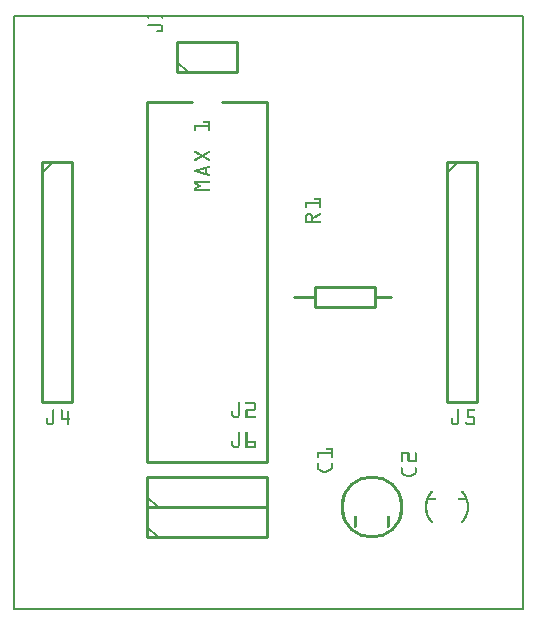
<source format=gto>
G04 MADE WITH FRITZING*
G04 WWW.FRITZING.ORG*
G04 SINGLE SIDED*
G04 HOLES NOT PLATED*
G04 CONTOUR ON CENTER OF CONTOUR VECTOR*
%ASAXBY*%
%FSLAX23Y23*%
%MOIN*%
%OFA0B0*%
%SFA1.0B1.0*%
%ADD10C,0.210000X0.19*%
%ADD11R,1.703860X1.983520X1.687860X1.967520*%
%ADD12C,0.008000*%
%ADD13C,0.010000*%
%ADD14C,0.005000*%
%ADD15R,0.001000X0.001000*%
%LNSILK1*%
G90*
G70*
G54D10*
X1198Y343D03*
G54D12*
X4Y1980D02*
X1700Y1980D01*
X1700Y4D01*
X4Y4D01*
X4Y1980D01*
D02*
G54D13*
X448Y1693D02*
X448Y493D01*
D02*
X448Y493D02*
X848Y493D01*
D02*
X848Y493D02*
X848Y1693D01*
D02*
X448Y1693D02*
X598Y1693D01*
D02*
X698Y1693D02*
X848Y1693D01*
D02*
X936Y1043D02*
X1008Y1043D01*
D02*
X1208Y1043D02*
X1261Y1043D01*
D02*
X1008Y1076D02*
X1208Y1076D01*
D02*
X1208Y1076D02*
X1208Y1010D01*
D02*
X1208Y1010D02*
X1008Y1010D01*
D02*
X1008Y1010D02*
X1008Y1076D01*
D02*
X548Y1793D02*
X748Y1793D01*
D02*
X748Y1793D02*
X748Y1893D01*
D02*
X748Y1893D02*
X548Y1893D01*
D02*
X548Y1893D02*
X548Y1793D01*
G54D14*
D02*
X583Y1793D02*
X548Y1828D01*
G54D13*
D02*
X448Y343D02*
X848Y343D01*
D02*
X848Y343D02*
X848Y443D01*
D02*
X848Y443D02*
X448Y443D01*
D02*
X448Y443D02*
X448Y343D01*
G54D14*
D02*
X483Y343D02*
X448Y378D01*
G54D13*
D02*
X1448Y1493D02*
X1448Y693D01*
D02*
X1448Y693D02*
X1548Y693D01*
D02*
X1548Y693D02*
X1548Y1493D01*
D02*
X1548Y1493D02*
X1448Y1493D01*
G54D14*
D02*
X1448Y1458D02*
X1483Y1493D01*
G54D13*
D02*
X98Y1493D02*
X98Y693D01*
D02*
X98Y693D02*
X198Y693D01*
D02*
X198Y693D02*
X198Y1493D01*
D02*
X198Y1493D02*
X98Y1493D01*
G54D14*
D02*
X98Y1458D02*
X133Y1493D01*
G54D13*
D02*
X448Y243D02*
X848Y243D01*
D02*
X848Y243D02*
X848Y343D01*
D02*
X848Y343D02*
X448Y343D01*
D02*
X448Y343D02*
X448Y243D01*
G54D14*
D02*
X483Y243D02*
X448Y278D01*
G54D15*
X448Y1984D02*
X454Y1984D01*
X495Y1984D02*
X501Y1984D01*
X448Y1983D02*
X454Y1983D01*
X495Y1983D02*
X501Y1983D01*
X448Y1982D02*
X454Y1982D01*
X495Y1982D02*
X501Y1982D01*
X448Y1981D02*
X454Y1981D01*
X495Y1981D02*
X501Y1981D01*
X448Y1980D02*
X454Y1980D01*
X495Y1980D02*
X501Y1980D01*
X448Y1979D02*
X454Y1979D01*
X495Y1979D02*
X501Y1979D01*
X448Y1978D02*
X454Y1978D01*
X495Y1978D02*
X501Y1978D01*
X448Y1977D02*
X454Y1977D01*
X495Y1977D02*
X501Y1977D01*
X448Y1976D02*
X454Y1976D01*
X495Y1976D02*
X501Y1976D01*
X448Y1975D02*
X454Y1975D01*
X495Y1975D02*
X501Y1975D01*
X448Y1974D02*
X454Y1974D01*
X496Y1974D02*
X501Y1974D01*
X449Y1973D02*
X453Y1973D01*
X496Y1973D02*
X501Y1973D01*
X450Y1972D02*
X452Y1972D01*
X497Y1972D02*
X499Y1972D01*
X450Y1952D02*
X495Y1952D01*
X449Y1951D02*
X497Y1951D01*
X448Y1950D02*
X498Y1950D01*
X448Y1949D02*
X499Y1949D01*
X449Y1948D02*
X500Y1948D01*
X449Y1947D02*
X500Y1947D01*
X451Y1946D02*
X501Y1946D01*
X494Y1945D02*
X501Y1945D01*
X495Y1944D02*
X501Y1944D01*
X495Y1943D02*
X501Y1943D01*
X495Y1942D02*
X501Y1942D01*
X495Y1941D02*
X501Y1941D01*
X495Y1940D02*
X501Y1940D01*
X495Y1939D02*
X501Y1939D01*
X495Y1938D02*
X501Y1938D01*
X495Y1937D02*
X501Y1937D01*
X495Y1936D02*
X501Y1936D01*
X495Y1935D02*
X501Y1935D01*
X495Y1934D02*
X501Y1934D01*
X494Y1933D02*
X501Y1933D01*
X481Y1932D02*
X501Y1932D01*
X479Y1931D02*
X500Y1931D01*
X478Y1930D02*
X500Y1930D01*
X478Y1929D02*
X499Y1929D01*
X478Y1928D02*
X498Y1928D01*
X478Y1927D02*
X497Y1927D01*
X479Y1926D02*
X495Y1926D01*
X636Y1631D02*
X655Y1631D01*
X635Y1630D02*
X657Y1630D01*
X634Y1629D02*
X657Y1629D01*
X634Y1628D02*
X657Y1628D01*
X634Y1627D02*
X658Y1627D01*
X634Y1626D02*
X658Y1626D01*
X635Y1625D02*
X658Y1625D01*
X651Y1624D02*
X658Y1624D01*
X651Y1623D02*
X658Y1623D01*
X651Y1622D02*
X658Y1622D01*
X651Y1621D02*
X658Y1621D01*
X651Y1620D02*
X658Y1620D01*
X651Y1619D02*
X658Y1619D01*
X651Y1618D02*
X658Y1618D01*
X604Y1617D02*
X658Y1617D01*
X604Y1616D02*
X658Y1616D01*
X604Y1615D02*
X658Y1615D01*
X604Y1614D02*
X658Y1614D01*
X604Y1613D02*
X658Y1613D01*
X604Y1612D02*
X658Y1612D01*
X604Y1611D02*
X658Y1611D01*
X604Y1610D02*
X610Y1610D01*
X651Y1610D02*
X658Y1610D01*
X604Y1609D02*
X610Y1609D01*
X651Y1609D02*
X658Y1609D01*
X604Y1608D02*
X610Y1608D01*
X651Y1608D02*
X658Y1608D01*
X604Y1607D02*
X610Y1607D01*
X651Y1607D02*
X658Y1607D01*
X604Y1606D02*
X610Y1606D01*
X651Y1606D02*
X658Y1606D01*
X604Y1605D02*
X610Y1605D01*
X651Y1605D02*
X658Y1605D01*
X604Y1604D02*
X610Y1604D01*
X651Y1604D02*
X658Y1604D01*
X604Y1603D02*
X610Y1603D01*
X651Y1603D02*
X658Y1603D01*
X604Y1602D02*
X610Y1602D01*
X651Y1602D02*
X658Y1602D01*
X604Y1601D02*
X610Y1601D01*
X651Y1601D02*
X658Y1601D01*
X604Y1600D02*
X610Y1600D01*
X652Y1600D02*
X657Y1600D01*
X605Y1599D02*
X610Y1599D01*
X652Y1599D02*
X657Y1599D01*
X605Y1598D02*
X609Y1598D01*
X652Y1598D02*
X657Y1598D01*
X607Y1597D02*
X608Y1597D01*
X654Y1597D02*
X655Y1597D01*
X606Y1531D02*
X608Y1531D01*
X654Y1531D02*
X655Y1531D01*
X605Y1530D02*
X610Y1530D01*
X652Y1530D02*
X657Y1530D01*
X605Y1529D02*
X612Y1529D01*
X650Y1529D02*
X657Y1529D01*
X604Y1528D02*
X614Y1528D01*
X648Y1528D02*
X657Y1528D01*
X604Y1527D02*
X615Y1527D01*
X647Y1527D02*
X657Y1527D01*
X605Y1526D02*
X617Y1526D01*
X645Y1526D02*
X657Y1526D01*
X606Y1525D02*
X619Y1525D01*
X643Y1525D02*
X656Y1525D01*
X607Y1524D02*
X620Y1524D01*
X641Y1524D02*
X654Y1524D01*
X609Y1523D02*
X622Y1523D01*
X640Y1523D02*
X653Y1523D01*
X611Y1522D02*
X624Y1522D01*
X638Y1522D02*
X651Y1522D01*
X613Y1521D02*
X625Y1521D01*
X636Y1521D02*
X649Y1521D01*
X614Y1520D02*
X627Y1520D01*
X635Y1520D02*
X648Y1520D01*
X616Y1519D02*
X629Y1519D01*
X633Y1519D02*
X646Y1519D01*
X618Y1518D02*
X644Y1518D01*
X619Y1517D02*
X642Y1517D01*
X621Y1516D02*
X641Y1516D01*
X623Y1515D02*
X639Y1515D01*
X624Y1514D02*
X638Y1514D01*
X623Y1513D02*
X639Y1513D01*
X621Y1512D02*
X641Y1512D01*
X619Y1511D02*
X643Y1511D01*
X617Y1510D02*
X644Y1510D01*
X616Y1509D02*
X629Y1509D01*
X633Y1509D02*
X646Y1509D01*
X614Y1508D02*
X627Y1508D01*
X635Y1508D02*
X648Y1508D01*
X612Y1507D02*
X625Y1507D01*
X636Y1507D02*
X649Y1507D01*
X611Y1506D02*
X624Y1506D01*
X638Y1506D02*
X651Y1506D01*
X609Y1505D02*
X622Y1505D01*
X640Y1505D02*
X653Y1505D01*
X607Y1504D02*
X620Y1504D01*
X642Y1504D02*
X655Y1504D01*
X606Y1503D02*
X619Y1503D01*
X643Y1503D02*
X656Y1503D01*
X605Y1502D02*
X617Y1502D01*
X645Y1502D02*
X657Y1502D01*
X604Y1501D02*
X615Y1501D01*
X647Y1501D02*
X657Y1501D01*
X604Y1500D02*
X613Y1500D01*
X648Y1500D02*
X657Y1500D01*
X605Y1499D02*
X612Y1499D01*
X650Y1499D02*
X657Y1499D01*
X605Y1498D02*
X610Y1498D01*
X652Y1498D02*
X657Y1498D01*
X607Y1497D02*
X608Y1497D01*
X654Y1497D02*
X655Y1497D01*
X653Y1481D02*
X656Y1481D01*
X650Y1480D02*
X657Y1480D01*
X647Y1479D02*
X657Y1479D01*
X643Y1478D02*
X657Y1478D01*
X640Y1477D02*
X657Y1477D01*
X636Y1476D02*
X657Y1476D01*
X633Y1475D02*
X656Y1475D01*
X629Y1474D02*
X653Y1474D01*
X626Y1473D02*
X650Y1473D01*
X623Y1472D02*
X646Y1472D01*
X619Y1471D02*
X646Y1471D01*
X616Y1470D02*
X646Y1470D01*
X612Y1469D02*
X636Y1469D01*
X640Y1469D02*
X646Y1469D01*
X609Y1468D02*
X633Y1468D01*
X640Y1468D02*
X646Y1468D01*
X606Y1467D02*
X630Y1467D01*
X640Y1467D02*
X646Y1467D01*
X605Y1466D02*
X626Y1466D01*
X640Y1466D02*
X646Y1466D01*
X605Y1465D02*
X623Y1465D01*
X640Y1465D02*
X646Y1465D01*
X604Y1464D02*
X620Y1464D01*
X640Y1464D02*
X646Y1464D01*
X605Y1463D02*
X623Y1463D01*
X640Y1463D02*
X646Y1463D01*
X605Y1462D02*
X626Y1462D01*
X640Y1462D02*
X646Y1462D01*
X606Y1461D02*
X630Y1461D01*
X640Y1461D02*
X646Y1461D01*
X609Y1460D02*
X633Y1460D01*
X640Y1460D02*
X646Y1460D01*
X613Y1459D02*
X637Y1459D01*
X640Y1459D02*
X646Y1459D01*
X616Y1458D02*
X646Y1458D01*
X619Y1457D02*
X646Y1457D01*
X623Y1456D02*
X647Y1456D01*
X626Y1455D02*
X650Y1455D01*
X630Y1454D02*
X654Y1454D01*
X633Y1453D02*
X656Y1453D01*
X636Y1452D02*
X657Y1452D01*
X640Y1451D02*
X657Y1451D01*
X643Y1450D02*
X657Y1450D01*
X647Y1449D02*
X657Y1449D01*
X650Y1448D02*
X657Y1448D01*
X654Y1447D02*
X656Y1447D01*
X604Y1431D02*
X655Y1431D01*
X604Y1430D02*
X657Y1430D01*
X604Y1429D02*
X657Y1429D01*
X604Y1428D02*
X657Y1428D01*
X604Y1427D02*
X657Y1427D01*
X604Y1426D02*
X657Y1426D01*
X604Y1425D02*
X656Y1425D01*
X604Y1424D02*
X614Y1424D01*
X604Y1423D02*
X615Y1423D01*
X605Y1422D02*
X616Y1422D01*
X607Y1421D02*
X618Y1421D01*
X608Y1420D02*
X619Y1420D01*
X609Y1419D02*
X621Y1419D01*
X611Y1418D02*
X622Y1418D01*
X612Y1417D02*
X626Y1417D01*
X614Y1416D02*
X627Y1416D01*
X615Y1415D02*
X628Y1415D01*
X616Y1414D02*
X628Y1414D01*
X615Y1413D02*
X628Y1413D01*
X614Y1412D02*
X627Y1412D01*
X612Y1411D02*
X626Y1411D01*
X611Y1410D02*
X622Y1410D01*
X609Y1409D02*
X621Y1409D01*
X608Y1408D02*
X619Y1408D01*
X606Y1407D02*
X618Y1407D01*
X605Y1406D02*
X616Y1406D01*
X604Y1405D02*
X615Y1405D01*
X604Y1404D02*
X614Y1404D01*
X604Y1403D02*
X656Y1403D01*
X604Y1402D02*
X657Y1402D01*
X604Y1401D02*
X657Y1401D01*
X604Y1400D02*
X657Y1400D01*
X604Y1399D02*
X657Y1399D01*
X604Y1398D02*
X657Y1398D01*
X605Y1397D02*
X655Y1397D01*
X1006Y1373D02*
X1027Y1373D01*
X1005Y1372D02*
X1028Y1372D01*
X1005Y1371D02*
X1028Y1371D01*
X1004Y1370D02*
X1028Y1370D01*
X1005Y1369D02*
X1028Y1369D01*
X1005Y1368D02*
X1028Y1368D01*
X1007Y1367D02*
X1028Y1367D01*
X1022Y1366D02*
X1028Y1366D01*
X1022Y1365D02*
X1028Y1365D01*
X1022Y1364D02*
X1028Y1364D01*
X1022Y1363D02*
X1028Y1363D01*
X1022Y1362D02*
X1028Y1362D01*
X1022Y1361D02*
X1028Y1361D01*
X975Y1360D02*
X1028Y1360D01*
X975Y1359D02*
X1028Y1359D01*
X975Y1358D02*
X1028Y1358D01*
X975Y1357D02*
X1028Y1357D01*
X975Y1356D02*
X1028Y1356D01*
X975Y1355D02*
X1028Y1355D01*
X975Y1354D02*
X1028Y1354D01*
X975Y1353D02*
X981Y1353D01*
X1022Y1353D02*
X1028Y1353D01*
X975Y1352D02*
X981Y1352D01*
X1022Y1352D02*
X1028Y1352D01*
X975Y1351D02*
X981Y1351D01*
X1022Y1351D02*
X1028Y1351D01*
X975Y1350D02*
X981Y1350D01*
X1022Y1350D02*
X1028Y1350D01*
X975Y1349D02*
X981Y1349D01*
X1022Y1349D02*
X1028Y1349D01*
X975Y1348D02*
X981Y1348D01*
X1022Y1348D02*
X1028Y1348D01*
X975Y1347D02*
X981Y1347D01*
X1022Y1347D02*
X1028Y1347D01*
X975Y1346D02*
X981Y1346D01*
X1022Y1346D02*
X1028Y1346D01*
X975Y1345D02*
X981Y1345D01*
X1022Y1345D02*
X1028Y1345D01*
X975Y1344D02*
X981Y1344D01*
X1022Y1344D02*
X1028Y1344D01*
X975Y1343D02*
X981Y1343D01*
X1022Y1343D02*
X1028Y1343D01*
X975Y1342D02*
X981Y1342D01*
X1022Y1342D02*
X1028Y1342D01*
X976Y1341D02*
X980Y1341D01*
X1023Y1341D02*
X1028Y1341D01*
X977Y1340D02*
X980Y1340D01*
X1024Y1340D02*
X1027Y1340D01*
X981Y1323D02*
X992Y1323D01*
X1023Y1323D02*
X1027Y1323D01*
X980Y1322D02*
X994Y1322D01*
X1021Y1322D02*
X1028Y1322D01*
X978Y1321D02*
X995Y1321D01*
X1020Y1321D02*
X1028Y1321D01*
X977Y1320D02*
X996Y1320D01*
X1018Y1320D02*
X1028Y1320D01*
X977Y1319D02*
X997Y1319D01*
X1016Y1319D02*
X1028Y1319D01*
X976Y1318D02*
X998Y1318D01*
X1015Y1318D02*
X1027Y1318D01*
X976Y1317D02*
X998Y1317D01*
X1013Y1317D02*
X1026Y1317D01*
X975Y1316D02*
X982Y1316D01*
X991Y1316D02*
X998Y1316D01*
X1011Y1316D02*
X1024Y1316D01*
X975Y1315D02*
X982Y1315D01*
X992Y1315D02*
X999Y1315D01*
X1009Y1315D02*
X1022Y1315D01*
X975Y1314D02*
X981Y1314D01*
X993Y1314D02*
X999Y1314D01*
X1008Y1314D02*
X1021Y1314D01*
X975Y1313D02*
X981Y1313D01*
X993Y1313D02*
X999Y1313D01*
X1006Y1313D02*
X1019Y1313D01*
X975Y1312D02*
X981Y1312D01*
X993Y1312D02*
X999Y1312D01*
X1004Y1312D02*
X1017Y1312D01*
X975Y1311D02*
X981Y1311D01*
X993Y1311D02*
X999Y1311D01*
X1003Y1311D02*
X1016Y1311D01*
X975Y1310D02*
X981Y1310D01*
X993Y1310D02*
X999Y1310D01*
X1001Y1310D02*
X1014Y1310D01*
X975Y1309D02*
X981Y1309D01*
X993Y1309D02*
X1012Y1309D01*
X975Y1308D02*
X981Y1308D01*
X993Y1308D02*
X1011Y1308D01*
X975Y1307D02*
X981Y1307D01*
X993Y1307D02*
X1009Y1307D01*
X975Y1306D02*
X981Y1306D01*
X993Y1306D02*
X1007Y1306D01*
X975Y1305D02*
X981Y1305D01*
X993Y1305D02*
X1005Y1305D01*
X975Y1304D02*
X981Y1304D01*
X993Y1304D02*
X1004Y1304D01*
X975Y1303D02*
X981Y1303D01*
X993Y1303D02*
X1002Y1303D01*
X975Y1302D02*
X981Y1302D01*
X993Y1302D02*
X1000Y1302D01*
X975Y1301D02*
X981Y1301D01*
X993Y1301D02*
X999Y1301D01*
X975Y1300D02*
X981Y1300D01*
X993Y1300D02*
X999Y1300D01*
X975Y1299D02*
X981Y1299D01*
X993Y1299D02*
X999Y1299D01*
X975Y1298D02*
X981Y1298D01*
X993Y1298D02*
X999Y1298D01*
X975Y1297D02*
X981Y1297D01*
X993Y1297D02*
X999Y1297D01*
X975Y1296D02*
X1026Y1296D01*
X975Y1295D02*
X1027Y1295D01*
X975Y1294D02*
X1028Y1294D01*
X975Y1293D02*
X1028Y1293D01*
X975Y1292D02*
X1028Y1292D01*
X975Y1291D02*
X1028Y1291D01*
X975Y1290D02*
X1027Y1290D01*
X751Y693D02*
X755Y693D01*
X777Y693D02*
X806Y693D01*
X750Y692D02*
X756Y692D01*
X776Y692D02*
X807Y692D01*
X750Y691D02*
X756Y691D01*
X776Y691D02*
X808Y691D01*
X750Y690D02*
X756Y690D01*
X776Y690D02*
X809Y690D01*
X750Y689D02*
X756Y689D01*
X776Y689D02*
X809Y689D01*
X750Y688D02*
X756Y688D01*
X777Y688D02*
X809Y688D01*
X750Y687D02*
X756Y687D01*
X779Y687D02*
X809Y687D01*
X750Y686D02*
X756Y686D01*
X803Y686D02*
X809Y686D01*
X750Y685D02*
X756Y685D01*
X803Y685D02*
X809Y685D01*
X750Y684D02*
X756Y684D01*
X803Y684D02*
X809Y684D01*
X750Y683D02*
X756Y683D01*
X803Y683D02*
X809Y683D01*
X750Y682D02*
X756Y682D01*
X803Y682D02*
X809Y682D01*
X750Y681D02*
X756Y681D01*
X803Y681D02*
X809Y681D01*
X750Y680D02*
X756Y680D01*
X803Y680D02*
X809Y680D01*
X750Y679D02*
X756Y679D01*
X803Y679D02*
X809Y679D01*
X750Y678D02*
X756Y678D01*
X803Y678D02*
X809Y678D01*
X750Y677D02*
X756Y677D01*
X803Y677D02*
X809Y677D01*
X750Y676D02*
X756Y676D01*
X803Y676D02*
X809Y676D01*
X750Y675D02*
X756Y675D01*
X803Y675D02*
X809Y675D01*
X750Y674D02*
X756Y674D01*
X803Y674D02*
X809Y674D01*
X750Y673D02*
X756Y673D01*
X803Y673D02*
X809Y673D01*
X750Y672D02*
X756Y672D01*
X803Y672D02*
X809Y672D01*
X750Y671D02*
X756Y671D01*
X803Y671D02*
X809Y671D01*
X135Y670D02*
X135Y670D01*
X162Y670D02*
X163Y670D01*
X750Y670D02*
X756Y670D01*
X781Y670D02*
X809Y670D01*
X1484Y670D02*
X1485Y670D01*
X1514Y670D02*
X1538Y670D01*
X133Y669D02*
X137Y669D01*
X161Y669D02*
X165Y669D01*
X750Y669D02*
X756Y669D01*
X779Y669D02*
X809Y669D01*
X1482Y669D02*
X1486Y669D01*
X1514Y669D02*
X1540Y669D01*
X132Y668D02*
X138Y668D01*
X160Y668D02*
X165Y668D01*
X750Y668D02*
X756Y668D01*
X778Y668D02*
X809Y668D01*
X1482Y668D02*
X1487Y668D01*
X1514Y668D02*
X1540Y668D01*
X132Y667D02*
X138Y667D01*
X160Y667D02*
X166Y667D01*
X750Y667D02*
X756Y667D01*
X777Y667D02*
X808Y667D01*
X1481Y667D02*
X1487Y667D01*
X1514Y667D02*
X1541Y667D01*
X132Y666D02*
X138Y666D01*
X160Y666D02*
X166Y666D01*
X750Y666D02*
X756Y666D01*
X776Y666D02*
X808Y666D01*
X1481Y666D02*
X1487Y666D01*
X1514Y666D02*
X1541Y666D01*
X132Y665D02*
X138Y665D01*
X160Y665D02*
X166Y665D01*
X750Y665D02*
X756Y665D01*
X776Y665D02*
X807Y665D01*
X1481Y665D02*
X1487Y665D01*
X1514Y665D02*
X1540Y665D01*
X132Y664D02*
X138Y664D01*
X160Y664D02*
X166Y664D01*
X183Y664D02*
X184Y664D01*
X731Y664D02*
X734Y664D01*
X750Y664D02*
X756Y664D01*
X776Y664D02*
X805Y664D01*
X1481Y664D02*
X1487Y664D01*
X1514Y664D02*
X1539Y664D01*
X132Y663D02*
X138Y663D01*
X160Y663D02*
X166Y663D01*
X181Y663D02*
X185Y663D01*
X730Y663D02*
X735Y663D01*
X750Y663D02*
X756Y663D01*
X776Y663D02*
X782Y663D01*
X1481Y663D02*
X1487Y663D01*
X1514Y663D02*
X1520Y663D01*
X132Y662D02*
X138Y662D01*
X160Y662D02*
X166Y662D01*
X181Y662D02*
X186Y662D01*
X729Y662D02*
X735Y662D01*
X750Y662D02*
X756Y662D01*
X776Y662D02*
X782Y662D01*
X1481Y662D02*
X1487Y662D01*
X1514Y662D02*
X1520Y662D01*
X132Y661D02*
X138Y661D01*
X160Y661D02*
X166Y661D01*
X180Y661D02*
X186Y661D01*
X729Y661D02*
X735Y661D01*
X750Y661D02*
X756Y661D01*
X776Y661D02*
X782Y661D01*
X1481Y661D02*
X1487Y661D01*
X1514Y661D02*
X1520Y661D01*
X132Y660D02*
X138Y660D01*
X160Y660D02*
X166Y660D01*
X180Y660D02*
X186Y660D01*
X729Y660D02*
X735Y660D01*
X750Y660D02*
X756Y660D01*
X776Y660D02*
X782Y660D01*
X1481Y660D02*
X1487Y660D01*
X1514Y660D02*
X1520Y660D01*
X132Y659D02*
X138Y659D01*
X160Y659D02*
X166Y659D01*
X180Y659D02*
X186Y659D01*
X729Y659D02*
X735Y659D01*
X750Y659D02*
X756Y659D01*
X776Y659D02*
X782Y659D01*
X1481Y659D02*
X1487Y659D01*
X1514Y659D02*
X1520Y659D01*
X132Y658D02*
X138Y658D01*
X160Y658D02*
X166Y658D01*
X180Y658D02*
X186Y658D01*
X729Y658D02*
X735Y658D01*
X750Y658D02*
X756Y658D01*
X776Y658D02*
X782Y658D01*
X1481Y658D02*
X1487Y658D01*
X1514Y658D02*
X1520Y658D01*
X132Y657D02*
X138Y657D01*
X160Y657D02*
X166Y657D01*
X180Y657D02*
X186Y657D01*
X729Y657D02*
X735Y657D01*
X750Y657D02*
X756Y657D01*
X776Y657D02*
X782Y657D01*
X1481Y657D02*
X1487Y657D01*
X1514Y657D02*
X1520Y657D01*
X132Y656D02*
X138Y656D01*
X160Y656D02*
X166Y656D01*
X180Y656D02*
X186Y656D01*
X729Y656D02*
X735Y656D01*
X750Y656D02*
X756Y656D01*
X776Y656D02*
X782Y656D01*
X1481Y656D02*
X1487Y656D01*
X1514Y656D02*
X1520Y656D01*
X132Y655D02*
X138Y655D01*
X160Y655D02*
X166Y655D01*
X180Y655D02*
X186Y655D01*
X729Y655D02*
X735Y655D01*
X750Y655D02*
X756Y655D01*
X776Y655D02*
X782Y655D01*
X1481Y655D02*
X1487Y655D01*
X1514Y655D02*
X1520Y655D01*
X132Y654D02*
X138Y654D01*
X160Y654D02*
X166Y654D01*
X180Y654D02*
X186Y654D01*
X729Y654D02*
X735Y654D01*
X750Y654D02*
X756Y654D01*
X776Y654D02*
X782Y654D01*
X1481Y654D02*
X1487Y654D01*
X1514Y654D02*
X1520Y654D01*
X132Y653D02*
X138Y653D01*
X160Y653D02*
X166Y653D01*
X180Y653D02*
X186Y653D01*
X729Y653D02*
X735Y653D01*
X750Y653D02*
X756Y653D01*
X776Y653D02*
X782Y653D01*
X1481Y653D02*
X1487Y653D01*
X1514Y653D02*
X1520Y653D01*
X132Y652D02*
X138Y652D01*
X160Y652D02*
X166Y652D01*
X180Y652D02*
X186Y652D01*
X729Y652D02*
X735Y652D01*
X750Y652D02*
X756Y652D01*
X776Y652D02*
X782Y652D01*
X1481Y652D02*
X1487Y652D01*
X1514Y652D02*
X1520Y652D01*
X132Y651D02*
X138Y651D01*
X160Y651D02*
X166Y651D01*
X180Y651D02*
X186Y651D01*
X729Y651D02*
X735Y651D01*
X750Y651D02*
X756Y651D01*
X776Y651D02*
X782Y651D01*
X1481Y651D02*
X1487Y651D01*
X1514Y651D02*
X1520Y651D01*
X132Y650D02*
X138Y650D01*
X160Y650D02*
X166Y650D01*
X180Y650D02*
X186Y650D01*
X729Y650D02*
X735Y650D01*
X750Y650D02*
X756Y650D01*
X776Y650D02*
X782Y650D01*
X1481Y650D02*
X1487Y650D01*
X1514Y650D02*
X1520Y650D01*
X132Y649D02*
X138Y649D01*
X160Y649D02*
X166Y649D01*
X180Y649D02*
X186Y649D01*
X729Y649D02*
X736Y649D01*
X750Y649D02*
X756Y649D01*
X776Y649D02*
X782Y649D01*
X1481Y649D02*
X1487Y649D01*
X1514Y649D02*
X1520Y649D01*
X132Y648D02*
X138Y648D01*
X160Y648D02*
X166Y648D01*
X180Y648D02*
X186Y648D01*
X730Y648D02*
X736Y648D01*
X749Y648D02*
X756Y648D01*
X776Y648D02*
X782Y648D01*
X1481Y648D02*
X1487Y648D01*
X1514Y648D02*
X1520Y648D01*
X132Y647D02*
X138Y647D01*
X160Y647D02*
X166Y647D01*
X180Y647D02*
X186Y647D01*
X730Y647D02*
X738Y647D01*
X747Y647D02*
X755Y647D01*
X776Y647D02*
X782Y647D01*
X1481Y647D02*
X1487Y647D01*
X1514Y647D02*
X1520Y647D01*
X132Y646D02*
X138Y646D01*
X160Y646D02*
X166Y646D01*
X180Y646D02*
X186Y646D01*
X730Y646D02*
X755Y646D01*
X776Y646D02*
X808Y646D01*
X1481Y646D02*
X1487Y646D01*
X1514Y646D02*
X1537Y646D01*
X132Y645D02*
X138Y645D01*
X160Y645D02*
X166Y645D01*
X180Y645D02*
X186Y645D01*
X731Y645D02*
X754Y645D01*
X776Y645D02*
X809Y645D01*
X1481Y645D02*
X1487Y645D01*
X1514Y645D02*
X1538Y645D01*
X132Y644D02*
X138Y644D01*
X160Y644D02*
X166Y644D01*
X180Y644D02*
X186Y644D01*
X731Y644D02*
X754Y644D01*
X776Y644D02*
X809Y644D01*
X1481Y644D02*
X1487Y644D01*
X1514Y644D02*
X1539Y644D01*
X132Y643D02*
X138Y643D01*
X160Y643D02*
X166Y643D01*
X180Y643D02*
X186Y643D01*
X732Y643D02*
X753Y643D01*
X776Y643D02*
X809Y643D01*
X1481Y643D02*
X1487Y643D01*
X1514Y643D02*
X1540Y643D01*
X132Y642D02*
X138Y642D01*
X160Y642D02*
X166Y642D01*
X180Y642D02*
X186Y642D01*
X733Y642D02*
X752Y642D01*
X776Y642D02*
X809Y642D01*
X1481Y642D02*
X1487Y642D01*
X1514Y642D02*
X1540Y642D01*
X132Y641D02*
X138Y641D01*
X160Y641D02*
X166Y641D01*
X180Y641D02*
X186Y641D01*
X735Y641D02*
X750Y641D01*
X776Y641D02*
X808Y641D01*
X1481Y641D02*
X1487Y641D01*
X1514Y641D02*
X1541Y641D01*
X113Y640D02*
X116Y640D01*
X132Y640D02*
X138Y640D01*
X160Y640D02*
X188Y640D01*
X738Y640D02*
X747Y640D01*
X776Y640D02*
X807Y640D01*
X1462Y640D02*
X1465Y640D01*
X1481Y640D02*
X1487Y640D01*
X1514Y640D02*
X1541Y640D01*
X112Y639D02*
X117Y639D01*
X132Y639D02*
X138Y639D01*
X160Y639D02*
X189Y639D01*
X1461Y639D02*
X1466Y639D01*
X1481Y639D02*
X1487Y639D01*
X1535Y639D02*
X1541Y639D01*
X111Y638D02*
X117Y638D01*
X132Y638D02*
X138Y638D01*
X160Y638D02*
X190Y638D01*
X1461Y638D02*
X1467Y638D01*
X1481Y638D02*
X1487Y638D01*
X1535Y638D02*
X1541Y638D01*
X111Y637D02*
X117Y637D01*
X132Y637D02*
X138Y637D01*
X160Y637D02*
X190Y637D01*
X1461Y637D02*
X1467Y637D01*
X1481Y637D02*
X1487Y637D01*
X1535Y637D02*
X1541Y637D01*
X111Y636D02*
X117Y636D01*
X132Y636D02*
X138Y636D01*
X160Y636D02*
X189Y636D01*
X1461Y636D02*
X1467Y636D01*
X1481Y636D02*
X1487Y636D01*
X1535Y636D02*
X1541Y636D01*
X111Y635D02*
X117Y635D01*
X132Y635D02*
X138Y635D01*
X160Y635D02*
X189Y635D01*
X1461Y635D02*
X1467Y635D01*
X1481Y635D02*
X1487Y635D01*
X1535Y635D02*
X1541Y635D01*
X111Y634D02*
X117Y634D01*
X132Y634D02*
X138Y634D01*
X160Y634D02*
X188Y634D01*
X1461Y634D02*
X1467Y634D01*
X1481Y634D02*
X1487Y634D01*
X1535Y634D02*
X1541Y634D01*
X111Y633D02*
X117Y633D01*
X132Y633D02*
X138Y633D01*
X180Y633D02*
X186Y633D01*
X1461Y633D02*
X1467Y633D01*
X1481Y633D02*
X1487Y633D01*
X1535Y633D02*
X1541Y633D01*
X111Y632D02*
X117Y632D01*
X132Y632D02*
X138Y632D01*
X180Y632D02*
X186Y632D01*
X1461Y632D02*
X1467Y632D01*
X1481Y632D02*
X1487Y632D01*
X1535Y632D02*
X1541Y632D01*
X111Y631D02*
X117Y631D01*
X132Y631D02*
X138Y631D01*
X180Y631D02*
X186Y631D01*
X1461Y631D02*
X1467Y631D01*
X1481Y631D02*
X1487Y631D01*
X1535Y631D02*
X1541Y631D01*
X111Y630D02*
X117Y630D01*
X132Y630D02*
X138Y630D01*
X180Y630D02*
X186Y630D01*
X1461Y630D02*
X1467Y630D01*
X1481Y630D02*
X1487Y630D01*
X1535Y630D02*
X1541Y630D01*
X111Y629D02*
X117Y629D01*
X132Y629D02*
X138Y629D01*
X180Y629D02*
X186Y629D01*
X1461Y629D02*
X1467Y629D01*
X1481Y629D02*
X1487Y629D01*
X1535Y629D02*
X1541Y629D01*
X111Y628D02*
X117Y628D01*
X132Y628D02*
X138Y628D01*
X180Y628D02*
X186Y628D01*
X1461Y628D02*
X1467Y628D01*
X1481Y628D02*
X1487Y628D01*
X1535Y628D02*
X1541Y628D01*
X111Y627D02*
X117Y627D01*
X132Y627D02*
X138Y627D01*
X180Y627D02*
X186Y627D01*
X1461Y627D02*
X1467Y627D01*
X1481Y627D02*
X1487Y627D01*
X1535Y627D02*
X1541Y627D01*
X111Y626D02*
X117Y626D01*
X132Y626D02*
X138Y626D01*
X180Y626D02*
X186Y626D01*
X1461Y626D02*
X1467Y626D01*
X1481Y626D02*
X1487Y626D01*
X1535Y626D02*
X1541Y626D01*
X111Y625D02*
X118Y625D01*
X132Y625D02*
X138Y625D01*
X180Y625D02*
X186Y625D01*
X1461Y625D02*
X1467Y625D01*
X1481Y625D02*
X1487Y625D01*
X1508Y625D02*
X1513Y625D01*
X1535Y625D02*
X1541Y625D01*
X112Y624D02*
X119Y624D01*
X131Y624D02*
X138Y624D01*
X180Y624D02*
X186Y624D01*
X1461Y624D02*
X1468Y624D01*
X1480Y624D02*
X1487Y624D01*
X1508Y624D02*
X1515Y624D01*
X1535Y624D02*
X1541Y624D01*
X112Y623D02*
X137Y623D01*
X180Y623D02*
X186Y623D01*
X1461Y623D02*
X1487Y623D01*
X1507Y623D02*
X1541Y623D01*
X112Y622D02*
X137Y622D01*
X180Y622D02*
X186Y622D01*
X1462Y622D02*
X1486Y622D01*
X1507Y622D02*
X1541Y622D01*
X113Y621D02*
X136Y621D01*
X180Y621D02*
X186Y621D01*
X1462Y621D02*
X1486Y621D01*
X1508Y621D02*
X1540Y621D01*
X114Y620D02*
X136Y620D01*
X180Y620D02*
X186Y620D01*
X1463Y620D02*
X1485Y620D01*
X1508Y620D02*
X1540Y620D01*
X115Y619D02*
X135Y619D01*
X180Y619D02*
X186Y619D01*
X1464Y619D02*
X1484Y619D01*
X1510Y619D02*
X1539Y619D01*
X116Y618D02*
X134Y618D01*
X181Y618D02*
X186Y618D01*
X1465Y618D02*
X1483Y618D01*
X1512Y618D02*
X1539Y618D01*
X117Y617D02*
X132Y617D01*
X181Y617D02*
X185Y617D01*
X1467Y617D02*
X1481Y617D01*
X1514Y617D02*
X1537Y617D01*
X122Y616D02*
X127Y616D01*
X1471Y616D02*
X1477Y616D01*
X1519Y616D02*
X1534Y616D01*
X779Y594D02*
X782Y594D01*
X751Y593D02*
X755Y593D01*
X777Y593D02*
X784Y593D01*
X750Y592D02*
X756Y592D01*
X776Y592D02*
X785Y592D01*
X750Y591D02*
X756Y591D01*
X776Y591D02*
X785Y591D01*
X750Y590D02*
X756Y590D01*
X776Y590D02*
X785Y590D01*
X750Y589D02*
X756Y589D01*
X776Y589D02*
X785Y589D01*
X750Y588D02*
X756Y588D01*
X776Y588D02*
X784Y588D01*
X750Y587D02*
X756Y587D01*
X776Y587D02*
X782Y587D01*
X750Y586D02*
X756Y586D01*
X776Y586D02*
X782Y586D01*
X750Y585D02*
X756Y585D01*
X776Y585D02*
X782Y585D01*
X750Y584D02*
X756Y584D01*
X776Y584D02*
X782Y584D01*
X750Y583D02*
X756Y583D01*
X776Y583D02*
X782Y583D01*
X750Y582D02*
X756Y582D01*
X776Y582D02*
X782Y582D01*
X750Y581D02*
X756Y581D01*
X776Y581D02*
X782Y581D01*
X750Y580D02*
X756Y580D01*
X776Y580D02*
X782Y580D01*
X750Y579D02*
X756Y579D01*
X776Y579D02*
X782Y579D01*
X750Y578D02*
X756Y578D01*
X776Y578D02*
X782Y578D01*
X750Y577D02*
X756Y577D01*
X776Y577D02*
X782Y577D01*
X750Y576D02*
X756Y576D01*
X776Y576D02*
X782Y576D01*
X750Y575D02*
X756Y575D01*
X776Y575D02*
X782Y575D01*
X750Y574D02*
X756Y574D01*
X776Y574D02*
X782Y574D01*
X750Y573D02*
X756Y573D01*
X776Y573D02*
X782Y573D01*
X750Y572D02*
X756Y572D01*
X776Y572D02*
X782Y572D01*
X750Y571D02*
X756Y571D01*
X776Y571D02*
X782Y571D01*
X750Y570D02*
X756Y570D01*
X776Y570D02*
X782Y570D01*
X750Y569D02*
X756Y569D01*
X776Y569D02*
X782Y569D01*
X750Y568D02*
X756Y568D01*
X776Y568D02*
X782Y568D01*
X750Y567D02*
X756Y567D01*
X776Y567D02*
X782Y567D01*
X750Y566D02*
X756Y566D01*
X776Y566D02*
X782Y566D01*
X750Y565D02*
X756Y565D01*
X776Y565D02*
X782Y565D01*
X731Y564D02*
X734Y564D01*
X750Y564D02*
X756Y564D01*
X776Y564D02*
X808Y564D01*
X730Y563D02*
X735Y563D01*
X750Y563D02*
X756Y563D01*
X776Y563D02*
X809Y563D01*
X729Y562D02*
X735Y562D01*
X750Y562D02*
X756Y562D01*
X776Y562D02*
X809Y562D01*
X729Y561D02*
X735Y561D01*
X750Y561D02*
X756Y561D01*
X776Y561D02*
X809Y561D01*
X729Y560D02*
X735Y560D01*
X750Y560D02*
X756Y560D01*
X776Y560D02*
X809Y560D01*
X729Y559D02*
X735Y559D01*
X750Y559D02*
X756Y559D01*
X776Y559D02*
X809Y559D01*
X729Y558D02*
X735Y558D01*
X750Y558D02*
X756Y558D01*
X776Y558D02*
X809Y558D01*
X729Y557D02*
X735Y557D01*
X750Y557D02*
X756Y557D01*
X776Y557D02*
X782Y557D01*
X803Y557D02*
X809Y557D01*
X729Y556D02*
X735Y556D01*
X750Y556D02*
X756Y556D01*
X776Y556D02*
X782Y556D01*
X803Y556D02*
X809Y556D01*
X729Y555D02*
X735Y555D01*
X750Y555D02*
X756Y555D01*
X776Y555D02*
X782Y555D01*
X803Y555D02*
X809Y555D01*
X729Y554D02*
X735Y554D01*
X750Y554D02*
X756Y554D01*
X776Y554D02*
X782Y554D01*
X803Y554D02*
X809Y554D01*
X729Y553D02*
X735Y553D01*
X750Y553D02*
X756Y553D01*
X776Y553D02*
X782Y553D01*
X803Y553D02*
X809Y553D01*
X729Y552D02*
X735Y552D01*
X750Y552D02*
X756Y552D01*
X776Y552D02*
X782Y552D01*
X803Y552D02*
X809Y552D01*
X729Y551D02*
X735Y551D01*
X750Y551D02*
X756Y551D01*
X776Y551D02*
X782Y551D01*
X803Y551D02*
X809Y551D01*
X729Y550D02*
X735Y550D01*
X750Y550D02*
X756Y550D01*
X776Y550D02*
X782Y550D01*
X803Y550D02*
X809Y550D01*
X729Y549D02*
X736Y549D01*
X750Y549D02*
X756Y549D01*
X776Y549D02*
X782Y549D01*
X803Y549D02*
X809Y549D01*
X730Y548D02*
X736Y548D01*
X749Y548D02*
X756Y548D01*
X776Y548D02*
X782Y548D01*
X803Y548D02*
X809Y548D01*
X730Y547D02*
X738Y547D01*
X747Y547D02*
X755Y547D01*
X776Y547D02*
X782Y547D01*
X803Y547D02*
X809Y547D01*
X730Y546D02*
X755Y546D01*
X776Y546D02*
X809Y546D01*
X731Y545D02*
X754Y545D01*
X776Y545D02*
X809Y545D01*
X731Y544D02*
X754Y544D01*
X776Y544D02*
X809Y544D01*
X732Y543D02*
X753Y543D01*
X776Y543D02*
X809Y543D01*
X734Y542D02*
X752Y542D01*
X776Y542D02*
X809Y542D01*
X735Y541D02*
X750Y541D01*
X777Y541D02*
X808Y541D01*
X1044Y541D02*
X1064Y541D01*
X738Y540D02*
X747Y540D01*
X779Y540D02*
X807Y540D01*
X1043Y540D02*
X1065Y540D01*
X1043Y539D02*
X1066Y539D01*
X1042Y538D02*
X1066Y538D01*
X1043Y537D02*
X1066Y537D01*
X1043Y536D02*
X1066Y536D01*
X1044Y535D02*
X1066Y535D01*
X1060Y534D02*
X1066Y534D01*
X1060Y533D02*
X1066Y533D01*
X1060Y532D02*
X1066Y532D01*
X1060Y531D02*
X1066Y531D01*
X1060Y530D02*
X1066Y530D01*
X1060Y529D02*
X1066Y529D01*
X1060Y528D02*
X1066Y528D01*
X1013Y527D02*
X1066Y527D01*
X1013Y526D02*
X1066Y526D01*
X1297Y526D02*
X1318Y526D01*
X1342Y526D02*
X1344Y526D01*
X1013Y525D02*
X1066Y525D01*
X1296Y525D02*
X1320Y525D01*
X1341Y525D02*
X1345Y525D01*
X1013Y524D02*
X1066Y524D01*
X1295Y524D02*
X1321Y524D01*
X1340Y524D02*
X1346Y524D01*
X1013Y523D02*
X1066Y523D01*
X1294Y523D02*
X1321Y523D01*
X1340Y523D02*
X1346Y523D01*
X1013Y522D02*
X1066Y522D01*
X1293Y522D02*
X1322Y522D01*
X1340Y522D02*
X1346Y522D01*
X1013Y521D02*
X1066Y521D01*
X1293Y521D02*
X1322Y521D01*
X1340Y521D02*
X1346Y521D01*
X1013Y520D02*
X1019Y520D01*
X1060Y520D02*
X1066Y520D01*
X1293Y520D02*
X1322Y520D01*
X1340Y520D02*
X1346Y520D01*
X1013Y519D02*
X1019Y519D01*
X1060Y519D02*
X1066Y519D01*
X1293Y519D02*
X1299Y519D01*
X1316Y519D02*
X1322Y519D01*
X1340Y519D02*
X1346Y519D01*
X1013Y518D02*
X1019Y518D01*
X1060Y518D02*
X1066Y518D01*
X1293Y518D02*
X1299Y518D01*
X1316Y518D02*
X1322Y518D01*
X1340Y518D02*
X1346Y518D01*
X1013Y517D02*
X1019Y517D01*
X1060Y517D02*
X1066Y517D01*
X1293Y517D02*
X1299Y517D01*
X1316Y517D02*
X1322Y517D01*
X1340Y517D02*
X1346Y517D01*
X1013Y516D02*
X1019Y516D01*
X1060Y516D02*
X1066Y516D01*
X1293Y516D02*
X1299Y516D01*
X1316Y516D02*
X1322Y516D01*
X1340Y516D02*
X1346Y516D01*
X1013Y515D02*
X1019Y515D01*
X1060Y515D02*
X1066Y515D01*
X1293Y515D02*
X1299Y515D01*
X1316Y515D02*
X1322Y515D01*
X1340Y515D02*
X1346Y515D01*
X1013Y514D02*
X1019Y514D01*
X1060Y514D02*
X1066Y514D01*
X1293Y514D02*
X1299Y514D01*
X1316Y514D02*
X1322Y514D01*
X1340Y514D02*
X1346Y514D01*
X1013Y513D02*
X1019Y513D01*
X1060Y513D02*
X1066Y513D01*
X1293Y513D02*
X1299Y513D01*
X1316Y513D02*
X1322Y513D01*
X1340Y513D02*
X1346Y513D01*
X1013Y512D02*
X1019Y512D01*
X1060Y512D02*
X1066Y512D01*
X1293Y512D02*
X1299Y512D01*
X1316Y512D02*
X1322Y512D01*
X1340Y512D02*
X1346Y512D01*
X1013Y511D02*
X1019Y511D01*
X1060Y511D02*
X1066Y511D01*
X1293Y511D02*
X1299Y511D01*
X1316Y511D02*
X1322Y511D01*
X1340Y511D02*
X1346Y511D01*
X1013Y510D02*
X1019Y510D01*
X1060Y510D02*
X1066Y510D01*
X1293Y510D02*
X1299Y510D01*
X1316Y510D02*
X1322Y510D01*
X1340Y510D02*
X1346Y510D01*
X1013Y509D02*
X1019Y509D01*
X1060Y509D02*
X1066Y509D01*
X1293Y509D02*
X1299Y509D01*
X1316Y509D02*
X1322Y509D01*
X1340Y509D02*
X1346Y509D01*
X1014Y508D02*
X1018Y508D01*
X1061Y508D02*
X1065Y508D01*
X1293Y508D02*
X1299Y508D01*
X1316Y508D02*
X1322Y508D01*
X1340Y508D02*
X1346Y508D01*
X1293Y507D02*
X1299Y507D01*
X1316Y507D02*
X1322Y507D01*
X1340Y507D02*
X1346Y507D01*
X1293Y506D02*
X1299Y506D01*
X1316Y506D02*
X1322Y506D01*
X1340Y506D02*
X1346Y506D01*
X1293Y505D02*
X1299Y505D01*
X1316Y505D02*
X1322Y505D01*
X1340Y505D02*
X1346Y505D01*
X1293Y504D02*
X1299Y504D01*
X1316Y504D02*
X1322Y504D01*
X1340Y504D02*
X1346Y504D01*
X1293Y503D02*
X1299Y503D01*
X1316Y503D02*
X1322Y503D01*
X1340Y503D02*
X1346Y503D01*
X1293Y502D02*
X1299Y502D01*
X1316Y502D02*
X1322Y502D01*
X1340Y502D02*
X1346Y502D01*
X1293Y501D02*
X1299Y501D01*
X1316Y501D02*
X1322Y501D01*
X1340Y501D02*
X1346Y501D01*
X1293Y500D02*
X1299Y500D01*
X1316Y500D02*
X1322Y500D01*
X1340Y500D02*
X1346Y500D01*
X1293Y499D02*
X1299Y499D01*
X1316Y499D02*
X1346Y499D01*
X1293Y498D02*
X1299Y498D01*
X1317Y498D02*
X1346Y498D01*
X1293Y497D02*
X1299Y497D01*
X1317Y497D02*
X1346Y497D01*
X1293Y496D02*
X1299Y496D01*
X1317Y496D02*
X1346Y496D01*
X1293Y495D02*
X1299Y495D01*
X1318Y495D02*
X1346Y495D01*
X1293Y494D02*
X1298Y494D01*
X1319Y494D02*
X1346Y494D01*
X1294Y493D02*
X1298Y493D01*
X1320Y493D02*
X1346Y493D01*
X1015Y491D02*
X1017Y491D01*
X1062Y491D02*
X1064Y491D01*
X1014Y490D02*
X1018Y490D01*
X1061Y490D02*
X1065Y490D01*
X1013Y489D02*
X1019Y489D01*
X1060Y489D02*
X1066Y489D01*
X1013Y488D02*
X1019Y488D01*
X1060Y488D02*
X1066Y488D01*
X1013Y487D02*
X1019Y487D01*
X1060Y487D02*
X1066Y487D01*
X1013Y486D02*
X1019Y486D01*
X1060Y486D02*
X1066Y486D01*
X1013Y485D02*
X1019Y485D01*
X1060Y485D02*
X1066Y485D01*
X1013Y484D02*
X1019Y484D01*
X1060Y484D02*
X1066Y484D01*
X1013Y483D02*
X1019Y483D01*
X1060Y483D02*
X1066Y483D01*
X1013Y482D02*
X1019Y482D01*
X1060Y482D02*
X1066Y482D01*
X1013Y481D02*
X1019Y481D01*
X1060Y481D02*
X1066Y481D01*
X1013Y480D02*
X1019Y480D01*
X1060Y480D02*
X1066Y480D01*
X1013Y479D02*
X1019Y479D01*
X1060Y479D02*
X1066Y479D01*
X1013Y478D02*
X1019Y478D01*
X1060Y478D02*
X1066Y478D01*
X1013Y477D02*
X1019Y477D01*
X1060Y477D02*
X1066Y477D01*
X1013Y476D02*
X1019Y476D01*
X1060Y476D02*
X1066Y476D01*
X1295Y476D02*
X1297Y476D01*
X1342Y476D02*
X1344Y476D01*
X1013Y475D02*
X1019Y475D01*
X1060Y475D02*
X1066Y475D01*
X1294Y475D02*
X1298Y475D01*
X1341Y475D02*
X1345Y475D01*
X1013Y474D02*
X1019Y474D01*
X1060Y474D02*
X1066Y474D01*
X1293Y474D02*
X1299Y474D01*
X1340Y474D02*
X1346Y474D01*
X1013Y473D02*
X1020Y473D01*
X1059Y473D02*
X1066Y473D01*
X1293Y473D02*
X1299Y473D01*
X1340Y473D02*
X1346Y473D01*
X1013Y472D02*
X1021Y472D01*
X1058Y472D02*
X1066Y472D01*
X1293Y472D02*
X1299Y472D01*
X1340Y472D02*
X1346Y472D01*
X1014Y471D02*
X1023Y471D01*
X1056Y471D02*
X1065Y471D01*
X1293Y471D02*
X1299Y471D01*
X1340Y471D02*
X1346Y471D01*
X1014Y470D02*
X1025Y470D01*
X1054Y470D02*
X1065Y470D01*
X1293Y470D02*
X1299Y470D01*
X1340Y470D02*
X1346Y470D01*
X1015Y469D02*
X1027Y469D01*
X1052Y469D02*
X1064Y469D01*
X1293Y469D02*
X1299Y469D01*
X1340Y469D02*
X1346Y469D01*
X1016Y468D02*
X1029Y468D01*
X1050Y468D02*
X1063Y468D01*
X1293Y468D02*
X1299Y468D01*
X1340Y468D02*
X1346Y468D01*
X1017Y467D02*
X1031Y467D01*
X1048Y467D02*
X1062Y467D01*
X1293Y467D02*
X1299Y467D01*
X1340Y467D02*
X1346Y467D01*
X1018Y466D02*
X1033Y466D01*
X1046Y466D02*
X1061Y466D01*
X1293Y466D02*
X1299Y466D01*
X1340Y466D02*
X1346Y466D01*
X1020Y465D02*
X1035Y465D01*
X1044Y465D02*
X1059Y465D01*
X1293Y465D02*
X1299Y465D01*
X1340Y465D02*
X1346Y465D01*
X1022Y464D02*
X1057Y464D01*
X1293Y464D02*
X1299Y464D01*
X1340Y464D02*
X1346Y464D01*
X1024Y463D02*
X1055Y463D01*
X1293Y463D02*
X1299Y463D01*
X1340Y463D02*
X1346Y463D01*
X1026Y462D02*
X1053Y462D01*
X1293Y462D02*
X1299Y462D01*
X1340Y462D02*
X1346Y462D01*
X1028Y461D02*
X1051Y461D01*
X1293Y461D02*
X1299Y461D01*
X1340Y461D02*
X1346Y461D01*
X1030Y460D02*
X1049Y460D01*
X1293Y460D02*
X1299Y460D01*
X1340Y460D02*
X1346Y460D01*
X1032Y459D02*
X1047Y459D01*
X1293Y459D02*
X1299Y459D01*
X1340Y459D02*
X1346Y459D01*
X1035Y458D02*
X1044Y458D01*
X1293Y458D02*
X1300Y458D01*
X1339Y458D02*
X1346Y458D01*
X1293Y457D02*
X1301Y457D01*
X1338Y457D02*
X1345Y457D01*
X1294Y456D02*
X1303Y456D01*
X1336Y456D02*
X1345Y456D01*
X1294Y455D02*
X1305Y455D01*
X1334Y455D02*
X1345Y455D01*
X1295Y454D02*
X1307Y454D01*
X1332Y454D02*
X1344Y454D01*
X1296Y453D02*
X1309Y453D01*
X1330Y453D02*
X1343Y453D01*
X1297Y452D02*
X1311Y452D01*
X1328Y452D02*
X1342Y452D01*
X1298Y451D02*
X1313Y451D01*
X1326Y451D02*
X1340Y451D01*
X1300Y450D02*
X1315Y450D01*
X1324Y450D02*
X1339Y450D01*
X1302Y449D02*
X1337Y449D01*
X1304Y448D02*
X1335Y448D01*
X1306Y447D02*
X1333Y447D01*
X1308Y446D02*
X1331Y446D01*
X1310Y445D02*
X1329Y445D01*
X1312Y444D02*
X1327Y444D01*
X1315Y443D02*
X1324Y443D01*
X1397Y399D02*
X1398Y399D01*
X1497Y399D02*
X1497Y399D01*
X1395Y398D02*
X1399Y398D01*
X1495Y398D02*
X1499Y398D01*
X1394Y397D02*
X1400Y397D01*
X1494Y397D02*
X1500Y397D01*
X1393Y396D02*
X1401Y396D01*
X1494Y396D02*
X1501Y396D01*
X1392Y395D02*
X1401Y395D01*
X1494Y395D02*
X1502Y395D01*
X1391Y394D02*
X1400Y394D01*
X1494Y394D02*
X1503Y394D01*
X1391Y393D02*
X1400Y393D01*
X1494Y393D02*
X1504Y393D01*
X1390Y392D02*
X1399Y392D01*
X1495Y392D02*
X1504Y392D01*
X1389Y391D02*
X1398Y391D01*
X1496Y391D02*
X1505Y391D01*
X1388Y390D02*
X1397Y390D01*
X1497Y390D02*
X1506Y390D01*
X1388Y389D02*
X1397Y389D01*
X1498Y389D02*
X1507Y389D01*
X1387Y388D02*
X1396Y388D01*
X1498Y388D02*
X1507Y388D01*
X1386Y387D02*
X1395Y387D01*
X1499Y387D02*
X1508Y387D01*
X1386Y386D02*
X1394Y386D01*
X1500Y386D02*
X1509Y386D01*
X1385Y385D02*
X1394Y385D01*
X1501Y385D02*
X1509Y385D01*
X1385Y384D02*
X1393Y384D01*
X1501Y384D02*
X1510Y384D01*
X1384Y383D02*
X1392Y383D01*
X1502Y383D02*
X1510Y383D01*
X1383Y382D02*
X1392Y382D01*
X1503Y382D02*
X1511Y382D01*
X1383Y381D02*
X1391Y381D01*
X1503Y381D02*
X1511Y381D01*
X1382Y380D02*
X1390Y380D01*
X1504Y380D02*
X1512Y380D01*
X1382Y379D02*
X1390Y379D01*
X1504Y379D02*
X1512Y379D01*
X1381Y378D02*
X1389Y378D01*
X1505Y378D02*
X1513Y378D01*
X1381Y377D02*
X1389Y377D01*
X1506Y377D02*
X1513Y377D01*
X1380Y376D02*
X1388Y376D01*
X1506Y376D02*
X1514Y376D01*
X1380Y375D02*
X1388Y375D01*
X1507Y375D02*
X1514Y375D01*
X1380Y374D02*
X1387Y374D01*
X1507Y374D02*
X1515Y374D01*
X1379Y373D02*
X1408Y373D01*
X1487Y373D02*
X1515Y373D01*
X1379Y372D02*
X1409Y372D01*
X1485Y372D02*
X1515Y372D01*
X1378Y371D02*
X1410Y371D01*
X1484Y371D02*
X1516Y371D01*
X1378Y370D02*
X1410Y370D01*
X1484Y370D02*
X1516Y370D01*
X1378Y369D02*
X1411Y369D01*
X1484Y369D02*
X1516Y369D01*
X1377Y368D02*
X1410Y368D01*
X1484Y368D02*
X1517Y368D01*
X1377Y367D02*
X1410Y367D01*
X1484Y367D02*
X1517Y367D01*
X1377Y366D02*
X1409Y366D01*
X1485Y366D02*
X1517Y366D01*
X1377Y365D02*
X1384Y365D01*
X1510Y365D02*
X1518Y365D01*
X1376Y364D02*
X1383Y364D01*
X1511Y364D02*
X1518Y364D01*
X1376Y363D02*
X1383Y363D01*
X1511Y363D02*
X1518Y363D01*
X1376Y362D02*
X1383Y362D01*
X1511Y362D02*
X1518Y362D01*
X1376Y361D02*
X1383Y361D01*
X1512Y361D02*
X1519Y361D01*
X1375Y360D02*
X1382Y360D01*
X1512Y360D02*
X1519Y360D01*
X1375Y359D02*
X1382Y359D01*
X1512Y359D02*
X1519Y359D01*
X1375Y358D02*
X1382Y358D01*
X1512Y358D02*
X1519Y358D01*
X1375Y357D02*
X1382Y357D01*
X1512Y357D02*
X1519Y357D01*
X1375Y356D02*
X1382Y356D01*
X1513Y356D02*
X1520Y356D01*
X1375Y355D02*
X1382Y355D01*
X1513Y355D02*
X1520Y355D01*
X1374Y354D02*
X1381Y354D01*
X1513Y354D02*
X1520Y354D01*
X1374Y353D02*
X1381Y353D01*
X1513Y353D02*
X1520Y353D01*
X1374Y352D02*
X1381Y352D01*
X1513Y352D02*
X1520Y352D01*
X1374Y351D02*
X1381Y351D01*
X1513Y351D02*
X1520Y351D01*
X1374Y350D02*
X1381Y350D01*
X1513Y350D02*
X1520Y350D01*
X1374Y349D02*
X1381Y349D01*
X1513Y349D02*
X1520Y349D01*
X1374Y348D02*
X1381Y348D01*
X1513Y348D02*
X1520Y348D01*
X1374Y347D02*
X1381Y347D01*
X1513Y347D02*
X1520Y347D01*
X1374Y346D02*
X1381Y346D01*
X1514Y346D02*
X1521Y346D01*
X1374Y345D02*
X1381Y345D01*
X1514Y345D02*
X1521Y345D01*
X1374Y344D02*
X1381Y344D01*
X1514Y344D02*
X1521Y344D01*
X1374Y343D02*
X1381Y343D01*
X1514Y343D02*
X1521Y343D01*
X1374Y342D02*
X1381Y342D01*
X1513Y342D02*
X1520Y342D01*
X1374Y341D02*
X1381Y341D01*
X1513Y341D02*
X1520Y341D01*
X1374Y340D02*
X1381Y340D01*
X1513Y340D02*
X1520Y340D01*
X1374Y339D02*
X1381Y339D01*
X1513Y339D02*
X1520Y339D01*
X1374Y338D02*
X1381Y338D01*
X1513Y338D02*
X1520Y338D01*
X1374Y337D02*
X1381Y337D01*
X1513Y337D02*
X1520Y337D01*
X1374Y336D02*
X1381Y336D01*
X1513Y336D02*
X1520Y336D01*
X1374Y335D02*
X1381Y335D01*
X1513Y335D02*
X1520Y335D01*
X1374Y334D02*
X1381Y334D01*
X1513Y334D02*
X1520Y334D01*
X1375Y333D02*
X1382Y333D01*
X1513Y333D02*
X1520Y333D01*
X1375Y332D02*
X1382Y332D01*
X1513Y332D02*
X1520Y332D01*
X1375Y331D02*
X1382Y331D01*
X1512Y331D02*
X1519Y331D01*
X1375Y330D02*
X1382Y330D01*
X1512Y330D02*
X1519Y330D01*
X1375Y329D02*
X1382Y329D01*
X1512Y329D02*
X1519Y329D01*
X1375Y328D02*
X1383Y328D01*
X1512Y328D02*
X1519Y328D01*
X1376Y327D02*
X1383Y327D01*
X1511Y327D02*
X1519Y327D01*
X1376Y326D02*
X1383Y326D01*
X1511Y326D02*
X1518Y326D01*
X1376Y325D02*
X1383Y325D01*
X1511Y325D02*
X1518Y325D01*
X1376Y324D02*
X1384Y324D01*
X1511Y324D02*
X1518Y324D01*
X1377Y323D02*
X1384Y323D01*
X1510Y323D02*
X1518Y323D01*
X1377Y322D02*
X1384Y322D01*
X1510Y322D02*
X1517Y322D01*
X1377Y321D02*
X1385Y321D01*
X1510Y321D02*
X1517Y321D01*
X1378Y320D02*
X1385Y320D01*
X1509Y320D02*
X1517Y320D01*
X1378Y319D02*
X1385Y319D01*
X1509Y319D02*
X1516Y319D01*
X1378Y318D02*
X1386Y318D01*
X1509Y318D02*
X1516Y318D01*
X1379Y317D02*
X1386Y317D01*
X1508Y317D02*
X1516Y317D01*
X1379Y316D02*
X1386Y316D01*
X1508Y316D02*
X1515Y316D01*
X1379Y315D02*
X1387Y315D01*
X1507Y315D02*
X1515Y315D01*
X1140Y314D02*
X1144Y314D01*
X1250Y314D02*
X1254Y314D01*
X1380Y314D02*
X1387Y314D01*
X1507Y314D02*
X1514Y314D01*
X1139Y313D02*
X1146Y313D01*
X1249Y313D02*
X1256Y313D01*
X1380Y313D02*
X1388Y313D01*
X1506Y313D02*
X1514Y313D01*
X1138Y312D02*
X1146Y312D01*
X1248Y312D02*
X1256Y312D01*
X1381Y312D02*
X1388Y312D01*
X1506Y312D02*
X1514Y312D01*
X1138Y311D02*
X1147Y311D01*
X1248Y311D02*
X1257Y311D01*
X1381Y311D02*
X1389Y311D01*
X1505Y311D02*
X1513Y311D01*
X1137Y310D02*
X1147Y310D01*
X1247Y310D02*
X1257Y310D01*
X1382Y310D02*
X1389Y310D01*
X1505Y310D02*
X1513Y310D01*
X1137Y309D02*
X1147Y309D01*
X1247Y309D02*
X1257Y309D01*
X1382Y309D02*
X1390Y309D01*
X1504Y309D02*
X1512Y309D01*
X1137Y308D02*
X1147Y308D01*
X1247Y308D02*
X1257Y308D01*
X1383Y308D02*
X1391Y308D01*
X1504Y308D02*
X1512Y308D01*
X1137Y307D02*
X1147Y307D01*
X1247Y307D02*
X1257Y307D01*
X1383Y307D02*
X1391Y307D01*
X1503Y307D02*
X1511Y307D01*
X1137Y306D02*
X1147Y306D01*
X1247Y306D02*
X1257Y306D01*
X1384Y306D02*
X1392Y306D01*
X1502Y306D02*
X1511Y306D01*
X1137Y305D02*
X1147Y305D01*
X1247Y305D02*
X1257Y305D01*
X1384Y305D02*
X1393Y305D01*
X1502Y305D02*
X1510Y305D01*
X1137Y304D02*
X1147Y304D01*
X1247Y304D02*
X1257Y304D01*
X1385Y304D02*
X1393Y304D01*
X1501Y304D02*
X1509Y304D01*
X1137Y303D02*
X1147Y303D01*
X1247Y303D02*
X1257Y303D01*
X1385Y303D02*
X1394Y303D01*
X1500Y303D02*
X1509Y303D01*
X1137Y302D02*
X1147Y302D01*
X1247Y302D02*
X1257Y302D01*
X1386Y302D02*
X1395Y302D01*
X1500Y302D02*
X1508Y302D01*
X1137Y301D02*
X1147Y301D01*
X1247Y301D02*
X1257Y301D01*
X1387Y301D02*
X1395Y301D01*
X1499Y301D02*
X1508Y301D01*
X1137Y300D02*
X1147Y300D01*
X1247Y300D02*
X1257Y300D01*
X1387Y300D02*
X1396Y300D01*
X1498Y300D02*
X1507Y300D01*
X1137Y299D02*
X1147Y299D01*
X1247Y299D02*
X1257Y299D01*
X1388Y299D02*
X1397Y299D01*
X1497Y299D02*
X1506Y299D01*
X1137Y298D02*
X1147Y298D01*
X1247Y298D02*
X1257Y298D01*
X1389Y298D02*
X1398Y298D01*
X1496Y298D02*
X1506Y298D01*
X1137Y297D02*
X1147Y297D01*
X1247Y297D02*
X1257Y297D01*
X1389Y297D02*
X1399Y297D01*
X1496Y297D02*
X1505Y297D01*
X1137Y296D02*
X1147Y296D01*
X1247Y296D02*
X1257Y296D01*
X1390Y296D02*
X1400Y296D01*
X1495Y296D02*
X1504Y296D01*
X1137Y295D02*
X1147Y295D01*
X1247Y295D02*
X1257Y295D01*
X1391Y295D02*
X1400Y295D01*
X1494Y295D02*
X1503Y295D01*
X1137Y294D02*
X1147Y294D01*
X1247Y294D02*
X1257Y294D01*
X1392Y294D02*
X1400Y294D01*
X1494Y294D02*
X1502Y294D01*
X1137Y293D02*
X1147Y293D01*
X1247Y293D02*
X1257Y293D01*
X1393Y293D02*
X1401Y293D01*
X1494Y293D02*
X1502Y293D01*
X1137Y292D02*
X1147Y292D01*
X1247Y292D02*
X1257Y292D01*
X1393Y292D02*
X1400Y292D01*
X1494Y292D02*
X1501Y292D01*
X1137Y291D02*
X1147Y291D01*
X1247Y291D02*
X1257Y291D01*
X1394Y291D02*
X1400Y291D01*
X1494Y291D02*
X1500Y291D01*
X1137Y290D02*
X1147Y290D01*
X1247Y290D02*
X1257Y290D01*
X1395Y290D02*
X1399Y290D01*
X1495Y290D02*
X1499Y290D01*
X1137Y289D02*
X1147Y289D01*
X1247Y289D02*
X1257Y289D01*
X1137Y288D02*
X1147Y288D01*
X1247Y288D02*
X1257Y288D01*
X1137Y287D02*
X1147Y287D01*
X1247Y287D02*
X1257Y287D01*
X1137Y286D02*
X1147Y286D01*
X1247Y286D02*
X1257Y286D01*
X1137Y285D02*
X1147Y285D01*
X1247Y285D02*
X1257Y285D01*
X1137Y284D02*
X1147Y284D01*
X1247Y284D02*
X1257Y284D01*
X1137Y283D02*
X1147Y283D01*
X1247Y283D02*
X1257Y283D01*
X1137Y282D02*
X1147Y282D01*
X1247Y282D02*
X1257Y282D01*
X1137Y281D02*
X1147Y281D01*
X1247Y281D02*
X1257Y281D01*
X1137Y280D02*
X1147Y280D01*
X1247Y280D02*
X1257Y280D01*
X1137Y279D02*
X1147Y279D01*
X1247Y279D02*
X1257Y279D01*
X1138Y278D02*
X1147Y278D01*
X1247Y278D02*
X1257Y278D01*
X1138Y277D02*
X1147Y277D01*
X1248Y277D02*
X1257Y277D01*
X1138Y276D02*
X1146Y276D01*
X1248Y276D02*
X1256Y276D01*
X1139Y275D02*
X1145Y275D01*
X1249Y275D02*
X1255Y275D01*
X1141Y274D02*
X1143Y274D01*
X1251Y274D02*
X1253Y274D01*
D02*
G04 End of Silk1*
M02*
</source>
